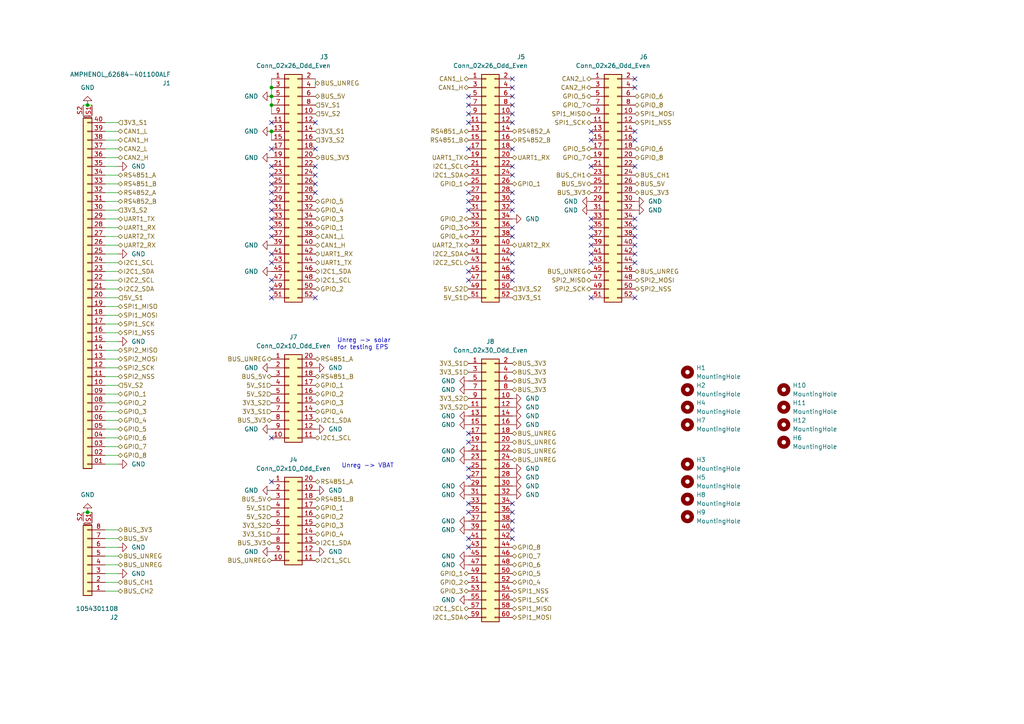
<source format=kicad_sch>
(kicad_sch (version 20230121) (generator eeschema)
  (paper "A4")
  (lib_symbols
    (symbol "Connector_Generic:Conn_02x10_Counter_Clockwise" (pin_names (offset 1.016) hide)
      (property "Reference" "J" (at 1.27 12.7 0))
      (property "Value" "Conn_02x10_Counter_Clockwise" (at 1.27 -15.24 0))
      (symbol "Conn_02x10_Counter_Clockwise_1_1"
        (pin passive line (at -5.08 10.16 0) (length 3.81) (name "Pin_1") (number "1"))
        (pin passive line (at -5.08 -12.7 0) (length 3.81) (name "Pin_10") (number "10"))
        (pin passive line (at 7.62 -12.7 180) (length 3.81) (name "Pin_11") (number "11"))
        (pin passive line (at 7.62 -10.16 180) (length 3.81) (name "Pin_12") (number "12"))
        (pin passive line (at 7.62 -7.62 180) (length 3.81) (name "Pin_13") (number "13"))
        (pin passive line (at 7.62 -5.08 180) (length 3.81) (name "Pin_14") (number "14"))
        (pin passive line (at 7.62 -2.54 180) (length 3.81) (name "Pin_15") (number "15"))
        (pin passive line (at 7.62 0 180) (length 3.81) (name "Pin_16") (number "16"))
        (pin passive line (at 7.62 2.54 180) (length 3.81) (name "Pin_17") (number "17"))
        (pin passive line (at 7.62 5.08 180) (length 3.81) (name "Pin_18") (number "18"))
        (pin passive line (at 7.62 7.62 180) (length 3.81) (name "Pin_19") (number "19"))
        (pin passive line (at -5.08 7.62 0) (length 3.81) (name "Pin_2") (number "2"))
        (pin passive line (at 7.62 10.16 180) (length 3.81) (name "Pin_20") (number "20"))
        (pin passive line (at -5.08 5.08 0) (length 3.81) (name "Pin_3") (number "3"))
        (pin passive line (at -5.08 2.54 0) (length 3.81) (name "Pin_4") (number "4"))
        (pin passive line (at -5.08 0 0) (length 3.81) (name "Pin_5") (number "5"))
        (pin passive line (at -5.08 -2.54 0) (length 3.81) (name "Pin_6") (number "6"))
        (pin passive line (at -5.08 -5.08 0) (length 3.81) (name "Pin_7") (number "7"))
        (pin passive line (at -5.08 -7.62 0) (length 3.81) (name "Pin_8") (number "8"))
        (pin passive line (at -5.08 -10.16 0) (length 3.81) (name "Pin_9") (number "9"))
      )
    )
    (symbol "Connector_Generic:Conn_02x26_Odd_Even" (pin_names (offset 1.016) hide)
      (property "Reference" "J" (at 1.27 33.02 0))
      (property "Value" "Conn_02x26_Odd_Even" (at 1.27 -35.56 0))
      (symbol "Conn_02x26_Odd_Even_1_1"
        (pin passive line (at -5.08 30.48 0) (length 3.81) (name "Pin_1") (number "1"))
        (pin passive line (at 7.62 20.32 180) (length 3.81) (name "Pin_10") (number "10"))
        (pin passive line (at -5.08 17.78 0) (length 3.81) (name "Pin_11") (number "11"))
        (pin passive line (at 7.62 17.78 180) (length 3.81) (name "Pin_12") (number "12"))
        (pin passive line (at -5.08 15.24 0) (length 3.81) (name "Pin_13") (number "13"))
        (pin passive line (at 7.62 15.24 180) (length 3.81) (name "Pin_14") (number "14"))
        (pin passive line (at -5.08 12.7 0) (length 3.81) (name "Pin_15") (number "15"))
        (pin passive line (at 7.62 12.7 180) (length 3.81) (name "Pin_16") (number "16"))
        (pin passive line (at -5.08 10.16 0) (length 3.81) (name "Pin_17") (number "17"))
        (pin passive line (at 7.62 10.16 180) (length 3.81) (name "Pin_18") (number "18"))
        (pin passive line (at -5.08 7.62 0) (length 3.81) (name "Pin_19") (number "19"))
        (pin passive line (at 7.62 30.48 180) (length 3.81) (name "Pin_2") (number "2"))
        (pin passive line (at 7.62 7.62 180) (length 3.81) (name "Pin_20") (number "20"))
        (pin passive line (at -5.08 5.08 0) (length 3.81) (name "Pin_21") (number "21"))
        (pin passive line (at 7.62 5.08 180) (length 3.81) (name "Pin_22") (number "22"))
        (pin passive line (at -5.08 2.54 0) (length 3.81) (name "Pin_23") (number "23"))
        (pin passive line (at 7.62 2.54 180) (length 3.81) (name "Pin_24") (number "24"))
        (pin passive line (at -5.08 0 0) (length 3.81) (name "Pin_25") (number "25"))
        (pin passive line (at 7.62 0 180) (length 3.81) (name "Pin_26") (number "26"))
        (pin passive line (at -5.08 -2.54 0) (length 3.81) (name "Pin_27") (number "27"))
        (pin passive line (at 7.62 -2.54 180) (length 3.81) (name "Pin_28") (number "28"))
        (pin passive line (at -5.08 -5.08 0) (length 3.81) (name "Pin_29") (number "29"))
        (pin passive line (at -5.08 27.94 0) (length 3.81) (name "Pin_3") (number "3"))
        (pin passive line (at 7.62 -5.08 180) (length 3.81) (name "Pin_30") (number "30"))
        (pin passive line (at -5.08 -7.62 0) (length 3.81) (name "Pin_31") (number "31"))
        (pin passive line (at 7.62 -7.62 180) (length 3.81) (name "Pin_32") (number "32"))
        (pin passive line (at -5.08 -10.16 0) (length 3.81) (name "Pin_33") (number "33"))
        (pin passive line (at 7.62 -10.16 180) (length 3.81) (name "Pin_34") (number "34"))
        (pin passive line (at -5.08 -12.7 0) (length 3.81) (name "Pin_35") (number "35"))
        (pin passive line (at 7.62 -12.7 180) (length 3.81) (name "Pin_36") (number "36"))
        (pin passive line (at -5.08 -15.24 0) (length 3.81) (name "Pin_37") (number "37"))
        (pin passive line (at 7.62 -15.24 180) (length 3.81) (name "Pin_38") (number "38"))
        (pin passive line (at -5.08 -17.78 0) (length 3.81) (name "Pin_39") (number "39"))
        (pin passive line (at 7.62 27.94 180) (length 3.81) (name "Pin_4") (number "4"))
        (pin passive line (at 7.62 -17.78 180) (length 3.81) (name "Pin_40") (number "40"))
        (pin passive line (at -5.08 -20.32 0) (length 3.81) (name "Pin_41") (number "41"))
        (pin passive line (at 7.62 -20.32 180) (length 3.81) (name "Pin_42") (number "42"))
        (pin passive line (at -5.08 -22.86 0) (length 3.81) (name "Pin_43") (number "43"))
        (pin passive line (at 7.62 -22.86 180) (length 3.81) (name "Pin_44") (number "44"))
        (pin passive line (at -5.08 -25.4 0) (length 3.81) (name "Pin_45") (number "45"))
        (pin passive line (at 7.62 -25.4 180) (length 3.81) (name "Pin_46") (number "46"))
        (pin passive line (at -5.08 -27.94 0) (length 3.81) (name "Pin_47") (number "47"))
        (pin passive line (at 7.62 -27.94 180) (length 3.81) (name "Pin_48") (number "48"))
        (pin passive line (at -5.08 -30.48 0) (length 3.81) (name "Pin_49") (number "49"))
        (pin passive line (at -5.08 25.4 0) (length 3.81) (name "Pin_5") (number "5"))
        (pin passive line (at 7.62 -30.48 180) (length 3.81) (name "Pin_50") (number "50"))
        (pin passive line (at -5.08 -33.02 0) (length 3.81) (name "Pin_51") (number "51"))
        (pin passive line (at 7.62 -33.02 180) (length 3.81) (name "Pin_52") (number "52"))
        (pin passive line (at 7.62 25.4 180) (length 3.81) (name "Pin_6") (number "6"))
        (pin passive line (at -5.08 22.86 0) (length 3.81) (name "Pin_7") (number "7"))
        (pin passive line (at 7.62 22.86 180) (length 3.81) (name "Pin_8") (number "8"))
        (pin passive line (at -5.08 20.32 0) (length 3.81) (name "Pin_9") (number "9"))
      )
    )
    (symbol "Connector_Generic:Conn_02x30_Odd_Even" (pin_names (offset 1.016) hide)
      (property "Reference" "J" (at 1.27 38.1 0))
      (property "Value" "Conn_02x30_Odd_Even" (at 1.27 -40.64 0))
      (symbol "Conn_02x30_Odd_Even_1_1"
        (pin passive line (at -5.08 35.56 0) (length 3.81) (name "Pin_1") (number "1"))
        (pin passive line (at 7.62 25.4 180) (length 3.81) (name "Pin_10") (number "10"))
        (pin passive line (at -5.08 22.86 0) (length 3.81) (name "Pin_11") (number "11"))
        (pin passive line (at 7.62 22.86 180) (length 3.81) (name "Pin_12") (number "12"))
        (pin passive line (at -5.08 20.32 0) (length 3.81) (name "Pin_13") (number "13"))
        (pin passive line (at 7.62 20.32 180) (length 3.81) (name "Pin_14") (number "14"))
        (pin passive line (at -5.08 17.78 0) (length 3.81) (name "Pin_15") (number "15"))
        (pin passive line (at 7.62 17.78 180) (length 3.81) (name "Pin_16") (number "16"))
        (pin passive line (at -5.08 15.24 0) (length 3.81) (name "Pin_17") (number "17"))
        (pin passive line (at 7.62 15.24 180) (length 3.81) (name "Pin_18") (number "18"))
        (pin passive line (at -5.08 12.7 0) (length 3.81) (name "Pin_19") (number "19"))
        (pin passive line (at 7.62 35.56 180) (length 3.81) (name "Pin_2") (number "2"))
        (pin passive line (at 7.62 12.7 180) (length 3.81) (name "Pin_20") (number "20"))
        (pin passive line (at -5.08 10.16 0) (length 3.81) (name "Pin_21") (number "21"))
        (pin passive line (at 7.62 10.16 180) (length 3.81) (name "Pin_22") (number "22"))
        (pin passive line (at -5.08 7.62 0) (length 3.81) (name "Pin_23") (number "23"))
        (pin passive line (at 7.62 7.62 180) (length 3.81) (name "Pin_24") (number "24"))
        (pin passive line (at -5.08 5.08 0) (length 3.81) (name "Pin_25") (number "25"))
        (pin passive line (at 7.62 5.08 180) (length 3.81) (name "Pin_26") (number "26"))
        (pin passive line (at -5.08 2.54 0) (length 3.81) (name "Pin_27") (number "27"))
        (pin passive line (at 7.62 2.54 180) (length 3.81) (name "Pin_28") (number "28"))
        (pin passive line (at -5.08 0 0) (length 3.81) (name "Pin_29") (number "29"))
        (pin passive line (at -5.08 33.02 0) (length 3.81) (name "Pin_3") (number "3"))
        (pin passive line (at 7.62 0 180) (length 3.81) (name "Pin_30") (number "30"))
        (pin passive line (at -5.08 -2.54 0) (length 3.81) (name "Pin_31") (number "31"))
        (pin passive line (at 7.62 -2.54 180) (length 3.81) (name "Pin_32") (number "32"))
        (pin passive line (at -5.08 -5.08 0) (length 3.81) (name "Pin_33") (number "33"))
        (pin passive line (at 7.62 -5.08 180) (length 3.81) (name "Pin_34") (number "34"))
        (pin passive line (at -5.08 -7.62 0) (length 3.81) (name "Pin_35") (number "35"))
        (pin passive line (at 7.62 -7.62 180) (length 3.81) (name "Pin_36") (number "36"))
        (pin passive line (at -5.08 -10.16 0) (length 3.81) (name "Pin_37") (number "37"))
        (pin passive line (at 7.62 -10.16 180) (length 3.81) (name "Pin_38") (number "38"))
        (pin passive line (at -5.08 -12.7 0) (length 3.81) (name "Pin_39") (number "39"))
        (pin passive line (at 7.62 33.02 180) (length 3.81) (name "Pin_4") (number "4"))
        (pin passive line (at 7.62 -12.7 180) (length 3.81) (name "Pin_40") (number "40"))
        (pin passive line (at -5.08 -15.24 0) (length 3.81) (name "Pin_41") (number "41"))
        (pin passive line (at 7.62 -15.24 180) (length 3.81) (name "Pin_42") (number "42"))
        (pin passive line (at -5.08 -17.78 0) (length 3.81) (name "Pin_43") (number "43"))
        (pin passive line (at 7.62 -17.78 180) (length 3.81) (name "Pin_44") (number "44"))
        (pin passive line (at -5.08 -20.32 0) (length 3.81) (name "Pin_45") (number "45"))
        (pin passive line (at 7.62 -20.32 180) (length 3.81) (name "Pin_46") (number "46"))
        (pin passive line (at -5.08 -22.86 0) (length 3.81) (name "Pin_47") (number "47"))
        (pin passive line (at 7.62 -22.86 180) (length 3.81) (name "Pin_48") (number "48"))
        (pin passive line (at -5.08 -25.4 0) (length 3.81) (name "Pin_49") (number "49"))
        (pin passive line (at -5.08 30.48 0) (length 3.81) (name "Pin_5") (number "5"))
        (pin passive line (at 7.62 -25.4 180) (length 3.81) (name "Pin_50") (number "50"))
        (pin passive line (at -5.08 -27.94 0) (length 3.81) (name "Pin_51") (number "51"))
        (pin passive line (at 7.62 -27.94 180) (length 3.81) (name "Pin_52") (number "52"))
        (pin passive line (at -5.08 -30.48 0) (length 3.81) (name "Pin_53") (number "53"))
        (pin passive line (at 7.62 -30.48 180) (length 3.81) (name "Pin_54") (number "54"))
        (pin passive line (at -5.08 -33.02 0) (length 3.81) (name "Pin_55") (number "55"))
        (pin passive line (at 7.62 -33.02 180) (length 3.81) (name "Pin_56") (number "56"))
        (pin passive line (at -5.08 -35.56 0) (length 3.81) (name "Pin_57") (number "57"))
        (pin passive line (at 7.62 -35.56 180) (length 3.81) (name "Pin_58") (number "58"))
        (pin passive line (at -5.08 -38.1 0) (length 3.81) (name "Pin_59") (number "59"))
        (pin passive line (at 7.62 30.48 180) (length 3.81) (name "Pin_6") (number "6"))
        (pin passive line (at 7.62 -38.1 180) (length 3.81) (name "Pin_60") (number "60"))
        (pin passive line (at -5.08 27.94 0) (length 3.81) (name "Pin_7") (number "7"))
        (pin passive line (at 7.62 27.94 180) (length 3.81) (name "Pin_8") (number "8"))
        (pin passive line (at -5.08 25.4 0) (length 3.81) (name "Pin_9") (number "9"))
      )
    )
    (symbol "Connector_Generic_MountingPin:Conn_01x08_MountingPin" (pin_names (offset 1.016) hide)
      (property "Reference" "J8" (at 2.54 -0.3556 0))
      (property "Value" "1054301108" (at 2.54 -2.8956 0))
      (symbol "Conn_01x08_MountingPin_1_0"
        (pin passive line (at 1.27 -15.24 90) (length 2.54) (name "MountPin") (number "S2"))
      )
      (symbol "Conn_01x08_MountingPin_1_1"
        (text "Mounting" (at 0 -11.811 0) (effects (font (size 0.381 0.381))))
        (pin passive line (at -5.08 7.62 0) (length 3.81) (name "Pin_1") (number "1"))
        (pin passive line (at -5.08 5.08 0) (length 3.81) (name "Pin_2") (number "2"))
        (pin passive line (at -5.08 2.54 0) (length 3.81) (name "Pin_3") (number "3"))
        (pin passive line (at -5.08 0 0) (length 3.81) (name "Pin_4") (number "4"))
        (pin passive line (at -5.08 -2.54 0) (length 3.81) (name "Pin_5") (number "5"))
        (pin passive line (at -5.08 -5.08 0) (length 3.81) (name "Pin_6") (number "6"))
        (pin passive line (at -5.08 -7.62 0) (length 3.81) (name "Pin_7") (number "7"))
        (pin passive line (at -5.08 -10.16 0) (length 3.81) (name "Pin_8") (number "8"))
        (pin passive line (at -1.27 -15.24 90) (length 3.048) (name "MountPin") (number "S1"))
      )
    )
    (symbol "Connector_Generic_MountingPin:Conn_01x40_MountingPin" (pin_names (offset 1.016) hide)
      (property "Reference" "J6" (at 2.54 -0.3556 0))
      (property "Value" "Conn_01x40_MountingPin" (at 2.54 -2.8956 0))
      (symbol "Conn_01x40_MountingPin_1_1"
        (text "Mounting" (at 0 -52.451 0) (effects (font (size 0.381 0.381))))
        (pin passive line (at -5.08 48.26 0) (length 3.81) (name "Pin_1") (number "01"))
        (pin passive line (at -5.08 45.72 0) (length 3.81) (name "Pin_2") (number "02"))
        (pin passive line (at -5.08 43.18 0) (length 3.81) (name "Pin_3") (number "03"))
        (pin passive line (at -5.08 40.64 0) (length 3.81) (name "Pin_4") (number "04"))
        (pin passive line (at -5.08 38.1 0) (length 3.81) (name "Pin_5") (number "05"))
        (pin passive line (at -5.08 35.56 0) (length 3.81) (name "Pin_6") (number "06"))
        (pin passive line (at -5.08 33.02 0) (length 3.81) (name "Pin_7") (number "07"))
        (pin passive line (at -5.08 30.48 0) (length 3.81) (name "Pin_8") (number "08"))
        (pin passive line (at -5.08 27.94 0) (length 3.81) (name "Pin_9") (number "09"))
        (pin passive line (at -5.08 25.4 0) (length 3.81) (name "Pin_10") (number "10"))
        (pin passive line (at -5.08 22.86 0) (length 3.81) (name "Pin_11") (number "11"))
        (pin passive line (at -5.08 20.32 0) (length 3.81) (name "Pin_12") (number "12"))
        (pin passive line (at -5.08 17.78 0) (length 3.81) (name "Pin_13") (number "13"))
        (pin passive line (at -5.08 15.24 0) (length 3.81) (name "Pin_14") (number "14"))
        (pin passive line (at -5.08 12.7 0) (length 3.81) (name "Pin_15") (number "15"))
        (pin passive line (at -5.08 10.16 0) (length 3.81) (name "Pin_16") (number "16"))
        (pin passive line (at -5.08 7.62 0) (length 3.81) (name "Pin_17") (number "17"))
        (pin passive line (at -5.08 5.08 0) (length 3.81) (name "Pin_18") (number "18"))
        (pin passive line (at -5.08 2.54 0) (length 3.81) (name "Pin_19") (number "19"))
        (pin passive line (at -5.08 0 0) (length 3.81) (name "Pin_20") (number "20"))
        (pin passive line (at -5.08 -2.54 0) (length 3.81) (name "Pin_21") (number "21"))
        (pin passive line (at -5.08 -5.08 0) (length 3.81) (name "Pin_22") (number "22"))
        (pin passive line (at -5.08 -7.62 0) (length 3.81) (name "Pin_23") (number "23"))
        (pin passive line (at -5.08 -10.16 0) (length 3.81) (name "Pin_24") (number "24"))
        (pin passive line (at -5.08 -12.7 0) (length 3.81) (name "Pin_25") (number "25"))
        (pin passive line (at -5.08 -15.24 0) (length 3.81) (name "Pin_26") (number "26"))
        (pin passive line (at -5.08 -17.78 0) (length 3.81) (name "Pin_27") (number "27"))
        (pin passive line (at -5.08 -20.32 0) (length 3.81) (name "Pin_28") (number "28"))
        (pin passive line (at -5.08 -22.86 0) (length 3.81) (name "Pin_29") (number "29"))
        (pin passive line (at -5.08 -25.4 0) (length 3.81) (name "Pin_30") (number "30"))
        (pin passive line (at -5.08 -27.94 0) (length 3.81) (name "Pin_31") (number "31"))
        (pin passive line (at -5.08 -30.48 0) (length 3.81) (name "Pin_32") (number "32"))
        (pin passive line (at -5.08 -33.02 0) (length 3.81) (name "Pin_33") (number "33"))
        (pin passive line (at -5.08 -35.56 0) (length 3.81) (name "Pin_34") (number "34"))
        (pin passive line (at -5.08 -38.1 0) (length 3.81) (name "Pin_35") (number "35"))
        (pin passive line (at -5.08 -40.64 0) (length 3.81) (name "Pin_36") (number "36"))
        (pin passive line (at -5.08 -43.18 0) (length 3.81) (name "Pin_37") (number "37"))
        (pin passive line (at -5.08 -45.72 0) (length 3.81) (name "Pin_38") (number "38"))
        (pin passive line (at -5.08 -48.26 0) (length 3.81) (name "Pin_39") (number "39"))
        (pin passive line (at -5.08 -50.8 0) (length 3.81) (name "Pin_40") (number "40"))
        (pin passive line (at -1.27 -55.88 90) (length 3.048) (name "MountPin") (number "S1"))
        (pin passive line (at 1.27 -55.88 90) (length 3.048) (name "MountPin") (number "S2"))
      )
    )
    (symbol "Mechanical:MountingHole" (pin_names (offset 1.016))
      (property "Reference" "H" (at 0 5.08 0))
      (property "Value" "MountingHole" (at 0 3.175 0))
    )
    (symbol "power:GND" (power) (pin_names (offset 0))
      (property "Value" "GND" (at 0 -3.81 0))
      (symbol "GND_1_1"
        (pin power_in line (at 0 0 270) (length 0) hide (name "GND") (number "1"))
      )
    )
  )
  (junction (at 25.4 148.59))
  (junction (at 78.74 30.48))
  (junction (at 78.74 25.4))
  (junction (at 78.74 38.1))
  (junction (at 25.4 30.48))
  (junction (at 78.74 27.94))
  (no_connect (at 148.59 48.26))
  (no_connect (at 148.59 81.28))
  (no_connect (at 148.59 58.42))
  (no_connect (at 148.59 78.74))
  (no_connect (at 148.59 73.66))
  (no_connect (at 78.74 139.7))
  (no_connect (at 148.59 25.4))
  (no_connect (at 78.74 43.18))
  (no_connect (at 135.89 156.21))
  (no_connect (at 184.15 71.12))
  (no_connect (at 78.74 83.82))
  (no_connect (at 91.44 43.18))
  (no_connect (at 171.45 38.1))
  (no_connect (at 148.59 68.58))
  (no_connect (at 184.15 76.2))
  (no_connect (at 184.15 73.66))
  (no_connect (at 135.89 78.74))
  (no_connect (at 135.89 35.56))
  (no_connect (at 148.59 60.96))
  (no_connect (at 135.89 128.27))
  (no_connect (at 135.89 148.59))
  (no_connect (at 135.89 60.96))
  (no_connect (at 148.59 50.8))
  (no_connect (at 135.89 27.94))
  (no_connect (at 91.44 35.56))
  (no_connect (at 135.89 30.48))
  (no_connect (at 171.45 76.2))
  (no_connect (at 91.44 55.88))
  (no_connect (at 148.59 76.2))
  (no_connect (at 184.15 66.04))
  (no_connect (at 184.15 48.26))
  (no_connect (at 78.74 50.8))
  (no_connect (at 78.74 66.04))
  (no_connect (at 171.45 40.64))
  (no_connect (at 171.45 73.66))
  (no_connect (at 78.74 76.2))
  (no_connect (at 78.74 81.28))
  (no_connect (at 135.89 58.42))
  (no_connect (at 148.59 156.21))
  (no_connect (at 91.44 53.34))
  (no_connect (at 184.15 22.86))
  (no_connect (at 78.74 86.36))
  (no_connect (at 135.89 55.88))
  (no_connect (at 148.59 151.13))
  (no_connect (at 171.45 86.36))
  (no_connect (at 78.74 63.5))
  (no_connect (at 148.59 153.67))
  (no_connect (at 148.59 66.04))
  (no_connect (at 135.89 158.75))
  (no_connect (at 135.89 138.43))
  (no_connect (at 78.74 58.42))
  (no_connect (at 148.59 30.48))
  (no_connect (at 78.74 68.58))
  (no_connect (at 135.89 43.18))
  (no_connect (at 184.15 86.36))
  (no_connect (at 148.59 35.56))
  (no_connect (at 78.74 48.26))
  (no_connect (at 78.74 73.66))
  (no_connect (at 135.89 81.28))
  (no_connect (at 148.59 55.88))
  (no_connect (at 135.89 146.05))
  (no_connect (at 78.74 55.88))
  (no_connect (at 91.44 50.8))
  (no_connect (at 171.45 63.5))
  (no_connect (at 78.74 127))
  (no_connect (at 91.44 86.36))
  (no_connect (at 171.45 66.04))
  (no_connect (at 171.45 68.58))
  (no_connect (at 184.15 40.64))
  (no_connect (at 135.89 33.02))
  (no_connect (at 184.15 25.4))
  (no_connect (at 171.45 48.26))
  (no_connect (at 171.45 71.12))
  (no_connect (at 148.59 22.86))
  (no_connect (at 148.59 33.02))
  (no_connect (at 135.89 135.89))
  (no_connect (at 91.44 48.26))
  (no_connect (at 184.15 68.58))
  (no_connect (at 78.74 53.34))
  (no_connect (at 78.74 60.96))
  (no_connect (at 184.15 38.1))
  (no_connect (at 135.89 125.73))
  (no_connect (at 184.15 63.5))
  (no_connect (at 148.59 43.18))
  (no_connect (at 148.59 148.59))
  (no_connect (at 148.59 27.94))
  (no_connect (at 78.74 35.56))
  (no_connect (at 148.59 146.05))
  (wire (pts (xy 78.74 30.48) (xy 78.74 33.02)))
  (wire (pts (xy 78.74 38.1) (xy 78.74 40.64)))
  (wire (pts (xy 34.29 91.44) (xy 30.48 91.44)))
  (wire (pts (xy 34.29 134.62) (xy 30.48 134.62)))
  (wire (pts (xy 34.29 71.12) (xy 30.48 71.12)))
  (wire (pts (xy 34.29 35.56) (xy 30.48 35.56)))
  (wire (pts (xy 34.29 48.26) (xy 30.48 48.26)))
  (wire (pts (xy 34.29 58.42) (xy 30.48 58.42)))
  (wire (pts (xy 34.29 129.54) (xy 30.48 129.54)))
  (wire (pts (xy 34.29 60.96) (xy 30.48 60.96)))
  (wire (pts (xy 34.29 101.6) (xy 30.48 101.6)))
  (wire (pts (xy 34.29 114.3) (xy 30.48 114.3)))
  (wire (pts (xy 34.29 73.66) (xy 30.48 73.66)))
  (wire (pts (xy 34.29 116.84) (xy 30.48 116.84)))
  (wire (pts (xy 78.74 25.4) (xy 78.74 27.94)))
  (wire (pts (xy 91.44 22.86) (xy 91.44 25.4)))
  (wire (pts (xy 34.29 45.72) (xy 30.48 45.72)))
  (wire (pts (xy 34.29 104.14) (xy 30.48 104.14)))
  (wire (pts (xy 34.29 119.38) (xy 30.48 119.38)))
  (wire (pts (xy 34.29 166.37) (xy 30.48 166.37)))
  (wire (pts (xy 34.29 171.45) (xy 30.48 171.45)))
  (wire (pts (xy 34.29 86.36) (xy 30.48 86.36)))
  (wire (pts (xy 34.29 168.91) (xy 30.48 168.91)))
  (wire (pts (xy 34.29 68.58) (xy 30.48 68.58)))
  (wire (pts (xy 34.29 93.98) (xy 30.48 93.98)))
  (wire (pts (xy 34.29 158.75) (xy 30.48 158.75)))
  (wire (pts (xy 34.29 109.22) (xy 30.48 109.22)))
  (wire (pts (xy 34.29 66.04) (xy 30.48 66.04)))
  (wire (pts (xy 34.29 40.64) (xy 30.48 40.64)))
  (wire (pts (xy 34.29 63.5) (xy 30.48 63.5)))
  (wire (pts (xy 34.29 38.1) (xy 30.48 38.1)))
  (wire (pts (xy 34.29 132.08) (xy 30.48 132.08)))
  (wire (pts (xy 34.29 163.83) (xy 30.48 163.83)))
  (wire (pts (xy 78.74 22.86) (xy 78.74 25.4)))
  (wire (pts (xy 26.67 30.48) (xy 25.4 30.48)))
  (wire (pts (xy 34.29 43.18) (xy 30.48 43.18)))
  (wire (pts (xy 34.29 124.46) (xy 30.48 124.46)))
  (wire (pts (xy 26.67 148.59) (xy 25.4 148.59)))
  (wire (pts (xy 34.29 83.82) (xy 30.48 83.82)))
  (wire (pts (xy 25.4 30.48) (xy 24.13 30.48)))
  (wire (pts (xy 34.29 50.8) (xy 30.48 50.8)))
  (wire (pts (xy 34.29 153.67) (xy 30.48 153.67)))
  (wire (pts (xy 34.29 161.29) (xy 30.48 161.29)))
  (wire (pts (xy 25.4 148.59) (xy 24.13 148.59)))
  (wire (pts (xy 34.29 76.2) (xy 30.48 76.2)))
  (wire (pts (xy 34.29 88.9) (xy 30.48 88.9)))
  (wire (pts (xy 34.29 111.76) (xy 30.48 111.76)))
  (wire (pts (xy 34.29 156.21) (xy 30.48 156.21)))
  (wire (pts (xy 78.74 27.94) (xy 78.74 30.48)))
  (wire (pts (xy 34.29 99.06) (xy 30.48 99.06)))
  (wire (pts (xy 34.29 53.34) (xy 30.48 53.34)))
  (wire (pts (xy 34.29 96.52) (xy 30.48 96.52)))
  (wire (pts (xy 34.29 121.92) (xy 30.48 121.92)))
  (wire (pts (xy 34.29 106.68) (xy 30.48 106.68)))
  (wire (pts (xy 34.29 78.74) (xy 30.48 78.74)))
  (wire (pts (xy 34.29 55.88) (xy 30.48 55.88)))
  (wire (pts (xy 34.29 127) (xy 30.48 127)))
  (wire (pts (xy 34.29 81.28) (xy 30.48 81.28)))
  (text "Unreg -> VBAT" (at 99.06 135.89 0) (effects (font (size 1.27 1.27)) (justify left bottom)))
  (text "Unreg -> solar\nfor testing EPS" (at 97.79 101.6 0) (effects (font (size 1.27 1.27)) (justify left bottom)))
  (hierarchical_label "GPIO_5" (shape bidirectional) (at 148.59 166.37 0))
  (hierarchical_label "SPI1_MISO" (shape bidirectional) (at 34.29 88.9 0))
  (hierarchical_label "BUS_5V" (shape bidirectional) (at 171.45 53.34 180))
  (hierarchical_label "I2C2_SCL" (shape bidirectional) (at 34.29 81.28 0))
  (hierarchical_label "GPIO_5" (shape bidirectional) (at 171.45 27.94 180))
  (hierarchical_label "BUS_UNREG" (shape bidirectional) (at 171.45 78.74 180))
  (hierarchical_label "BUS_3V3" (shape bidirectional) (at 78.74 157.48 180))
  (hierarchical_label "CAN1_H" (shape bidirectional) (at 34.29 40.64 0))
  (hierarchical_label "GPIO_8" (shape bidirectional) (at 148.59 158.75 0))
  (hierarchical_label "BUS_3V3" (shape bidirectional) (at 184.15 55.88 0))
  (hierarchical_label "3V3_S2" (shape input) (at 34.29 60.96 0))
  (hierarchical_label "GPIO_1" (shape bidirectional) (at 135.89 53.34 180))
  (hierarchical_label "GPIO_4" (shape bidirectional) (at 91.44 119.38 0))
  (hierarchical_label "CAN1_L" (shape bidirectional) (at 135.89 22.86 180))
  (hierarchical_label "BUS_UNREG" (shape bidirectional) (at 148.59 133.35 0))
  (hierarchical_label "BUS_5V" (shape bidirectional) (at 184.15 53.34 0))
  (hierarchical_label "BUS_3V3" (shape bidirectional) (at 34.29 153.67 0))
  (hierarchical_label "I2C1_SCL" (shape bidirectional) (at 135.89 176.53 180))
  (hierarchical_label "GPIO_2" (shape bidirectional) (at 34.29 116.84 0))
  (hierarchical_label "GPIO_3" (shape bidirectional) (at 135.89 66.04 180))
  (hierarchical_label "3V3_S2" (shape input) (at 135.89 115.57 180))
  (hierarchical_label "5V_S1" (shape input) (at 78.74 147.32 180))
  (hierarchical_label "BUS_UNREG" (shape bidirectional) (at 148.59 130.81 0))
  (hierarchical_label "RS4852_A" (shape bidirectional) (at 34.29 55.88 0))
  (hierarchical_label "GPIO_3" (shape bidirectional) (at 91.44 63.5 0))
  (hierarchical_label "UART2_RX" (shape bidirectional) (at 34.29 71.12 0))
  (hierarchical_label "BUS_5V" (shape bidirectional) (at 34.29 156.21 0))
  (hierarchical_label "GPIO_7" (shape bidirectional) (at 34.29 129.54 0))
  (hierarchical_label "GPIO_1" (shape bidirectional) (at 91.44 66.04 0))
  (hierarchical_label "GPIO_4" (shape bidirectional) (at 148.59 168.91 0))
  (hierarchical_label "3V3_S1" (shape input) (at 34.29 35.56 0))
  (hierarchical_label "BUS_CH2" (shape bidirectional) (at 34.29 171.45 0))
  (hierarchical_label "RS4851_B" (shape bidirectional) (at 91.44 109.22 0))
  (hierarchical_label "BUS_3V3" (shape bidirectional) (at 91.44 45.72 0))
  (hierarchical_label "SPI2_NSS" (shape bidirectional) (at 34.29 109.22 0))
  (hierarchical_label "I2C1_SCL" (shape bidirectional) (at 91.44 162.56 0))
  (hierarchical_label "3V3_S2" (shape input) (at 148.59 83.82 0))
  (hierarchical_label "GPIO_7" (shape bidirectional) (at 171.45 30.48 180))
  (hierarchical_label "GPIO_3" (shape bidirectional) (at 34.29 119.38 0))
  (hierarchical_label "I2C1_SCL" (shape bidirectional) (at 135.89 48.26 180))
  (hierarchical_label "UART1_RX" (shape bidirectional) (at 91.44 73.66 0))
  (hierarchical_label "BUS_UNREG" (shape bidirectional) (at 91.44 24.13 0))
  (hierarchical_label "I2C1_SCL" (shape bidirectional) (at 91.44 127 0))
  (hierarchical_label "BUS_CH1" (shape bidirectional) (at 184.15 50.8 0))
  (hierarchical_label "I2C2_SDA" (shape bidirectional) (at 135.89 73.66 180))
  (hierarchical_label "RS4852_B" (shape bidirectional) (at 34.29 58.42 0))
  (hierarchical_label "GPIO_6" (shape bidirectional) (at 148.59 163.83 0))
  (hierarchical_label "SPI2_NSS" (shape bidirectional) (at 184.15 83.82 0))
  (hierarchical_label "GPIO_7" (shape bidirectional) (at 148.59 161.29 0))
  (hierarchical_label "I2C1_SDA" (shape bidirectional) (at 34.29 78.74 0))
  (hierarchical_label "BUS_5V" (shape bidirectional) (at 91.44 27.94 0))
  (hierarchical_label "3V3_S2" (shape input) (at 91.44 40.64 0))
  (hierarchical_label "3V3_S2" (shape input) (at 78.74 116.84 180))
  (hierarchical_label "RS4851_A" (shape bidirectional) (at 34.29 50.8 0))
  (hierarchical_label "5V_S2" (shape input) (at 78.74 114.3 180))
  (hierarchical_label "BUS_UNREG" (shape bidirectional) (at 78.74 162.56 180))
  (hierarchical_label "GPIO_3" (shape bidirectional) (at 91.44 152.4 0))
  (hierarchical_label "CAN2_H" (shape bidirectional) (at 171.45 25.4 180))
  (hierarchical_label "UART2_TX" (shape bidirectional) (at 34.29 68.58 0))
  (hierarchical_label "5V_S2" (shape input) (at 78.74 149.86 180))
  (hierarchical_label "BUS_3V3" (shape bidirectional) (at 171.45 55.88 180))
  (hierarchical_label "CAN2_H" (shape bidirectional) (at 34.29 45.72 0))
  (hierarchical_label "3V3_S1" (shape input) (at 135.89 105.41 180))
  (hierarchical_label "UART1_RX" (shape bidirectional) (at 148.59 45.72 0))
  (hierarchical_label "GPIO_3" (shape bidirectional) (at 135.89 171.45 180))
  (hierarchical_label "3V3_S1" (shape input) (at 78.74 154.94 180))
  (hierarchical_label "GPIO_6" (shape bidirectional) (at 34.29 127 0))
  (hierarchical_label "I2C1_SDA" (shape bidirectional) (at 91.44 121.92 0))
  (hierarchical_label "GPIO_3" (shape bidirectional) (at 91.44 116.84 0))
  (hierarchical_label "BUS_5V" (shape bidirectional) (at 78.74 109.22 180))
  (hierarchical_label "BUS_CH1" (shape bidirectional) (at 171.45 50.8 180))
  (hierarchical_label "SPI2_SCK" (shape bidirectional) (at 34.29 106.68 0))
  (hierarchical_label "GPIO_2" (shape bidirectional) (at 135.89 63.5 180))
  (hierarchical_label "GPIO_5" (shape bidirectional) (at 34.29 124.46 0))
  (hierarchical_label "GPIO_7" (shape bidirectional) (at 171.45 45.72 180))
  (hierarchical_label "SPI1_MISO" (shape bidirectional) (at 148.59 176.53 0))
  (hierarchical_label "3V3_S1" (shape input) (at 148.59 86.36 0))
  (hierarchical_label "CAN1_L" (shape bidirectional) (at 91.44 68.58 0))
  (hierarchical_label "SPI2_MOSI" (shape bidirectional) (at 34.29 104.14 0))
  (hierarchical_label "GPIO_4" (shape bidirectional) (at 91.44 60.96 0))
  (hierarchical_label "GPIO_1" (shape bidirectional) (at 91.44 147.32 0))
  (hierarchical_label "UART1_RX" (shape bidirectional) (at 34.29 66.04 0))
  (hierarchical_label "SPI1_MISO" (shape bidirectional) (at 171.45 33.02 180))
  (hierarchical_label "UART2_RX" (shape bidirectional) (at 148.59 71.12 0))
  (hierarchical_label "UART1_TX" (shape bidirectional) (at 34.29 63.5 0))
  (hierarchical_label "BUS_3V3" (shape bidirectional) (at 148.59 110.49 0))
  (hierarchical_label "SPI1_MOSI" (shape bidirectional) (at 184.15 33.02 0))
  (hierarchical_label "SPI2_MISO" (shape bidirectional) (at 171.45 81.28 180))
  (hierarchical_label "BUS_UNREG" (shape bidirectional) (at 148.59 128.27 0))
  (hierarchical_label "5V_S2" (shape input) (at 135.89 83.82 180))
  (hierarchical_label "SPI1_NSS" (shape bidirectional) (at 148.59 171.45 0))
  (hierarchical_label "GPIO_8" (shape bidirectional) (at 34.29 132.08 0))
  (hierarchical_label "3V3_S2" (shape input) (at 135.89 118.11 180))
  (hierarchical_label "CAN1_H" (shape bidirectional) (at 135.89 25.4 180))
  (hierarchical_label "GPIO_5" (shape bidirectional) (at 91.44 58.42 0))
  (hierarchical_label "SPI2_MOSI" (shape bidirectional) (at 184.15 81.28 0))
  (hierarchical_label "I2C1_SDA" (shape bidirectional) (at 135.89 50.8 180))
  (hierarchical_label "5V_S1" (shape input) (at 91.44 30.48 0))
  (hierarchical_label "RS4851_B" (shape bidirectional) (at 91.44 144.78 0))
  (hierarchical_label "GPIO_1" (shape bidirectional) (at 148.59 53.34 0))
  (hierarchical_label "I2C1_SDA" (shape bidirectional) (at 91.44 157.48 0))
  (hierarchical_label "3V3_S1" (shape input) (at 91.44 38.1 0))
  (hierarchical_label "GPIO_8" (shape bidirectional) (at 184.15 45.72 0))
  (hierarchical_label "GPIO_2" (shape bidirectional) (at 91.44 114.3 0))
  (hierarchical_label "GPIO_5" (shape bidirectional) (at 171.45 43.18 180))
  (hierarchical_label "BUS_UNREG" (shape bidirectional) (at 148.59 125.73 0))
  (hierarchical_label "I2C2_SCL" (shape bidirectional) (at 135.89 76.2 180))
  (hierarchical_label "5V_S1" (shape input) (at 135.89 86.36 180))
  (hierarchical_label "SPI1_MOSI" (shape bidirectional) (at 34.29 91.44 0))
  (hierarchical_label "CAN1_L" (shape bidirectional) (at 34.29 38.1 0))
  (hierarchical_label "SPI1_SCK" (shape bidirectional) (at 148.59 173.99 0))
  (hierarchical_label "UART1_TX" (shape bidirectional) (at 135.89 45.72 180))
  (hierarchical_label "SPI1_MOSI" (shape bidirectional) (at 148.59 179.07 0))
  (hierarchical_label "5V_S1" (shape input) (at 78.74 111.76 180))
  (hierarchical_label "I2C1_SCL" (shape bidirectional) (at 91.44 81.28 0))
  (hierarchical_label "GPIO_4" (shape bidirectional) (at 34.29 121.92 0))
  (hierarchical_label "RS4851_B" (shape bidirectional) (at 34.29 53.34 0))
  (hierarchical_label "SPI1_NSS" (shape bidirectional) (at 34.29 96.52 0))
  (hierarchical_label "5V_S1" (shape input) (at 34.29 86.36 0))
  (hierarchical_label "GPIO_4" (shape bidirectional) (at 135.89 68.58 180))
  (hierarchical_label "BUS_UNREG" (shape bidirectional) (at 34.29 163.83 0))
  (hierarchical_label "CAN2_L" (shape bidirectional) (at 34.29 43.18 0))
  (hierarchical_label "RS4851_A" (shape bidirectional) (at 91.44 104.14 0))
  (hierarchical_label "BUS_3V3" (shape bidirectional) (at 148.59 105.41 0))
  (hierarchical_label "GPIO_4" (shape bidirectional) (at 91.44 154.94 0))
  (hierarchical_label "BUS_3V3" (shape bidirectional) (at 148.59 113.03 0))
  (hierarchical_label "GPIO_2" (shape bidirectional) (at 135.89 168.91 180))
  (hierarchical_label "3V3_S1" (shape input) (at 135.89 107.95 180))
  (hierarchical_label "GPIO_2" (shape bidirectional) (at 91.44 83.82 0))
  (hierarchical_label "RS4851_A" (shape bidirectional) (at 135.89 38.1 180))
  (hierarchical_label "I2C1_SCL" (shape bidirectional) (at 34.29 76.2 0))
  (hierarchical_label "GPIO_1" (shape bidirectional) (at 135.89 166.37 180))
  (hierarchical_label "SPI1_SCK" (shape bidirectional) (at 171.45 35.56 180))
  (hierarchical_label "I2C2_SDA" (shape bidirectional) (at 34.29 83.82 0))
  (hierarchical_label "BUS_UNREG" (shape bidirectional) (at 78.74 104.14 180))
  (hierarchical_label "SPI2_SCK" (shape bidirectional) (at 171.45 83.82 180))
  (hierarchical_label "BUS_UNREG" (shape bidirectional) (at 184.15 78.74 0))
  (hierarchical_label "5V_S2" (shape input) (at 34.29 111.76 0))
  (hierarchical_label "GPIO_2" (shape bidirectional) (at 91.44 149.86 0))
  (hierarchical_label "RS4851_A" (shape bidirectional) (at 91.44 139.7 0))
  (hierarchical_label "BUS_3V3" (shape bidirectional) (at 78.74 121.92 180))
  (hierarchical_label "SPI1_NSS" (shape bidirectional) (at 184.15 35.56 0))
  (hierarchical_label "SPI2_MISO" (shape bidirectional) (at 34.29 101.6 0))
  (hierarchical_label "I2C1_SDA" (shape bidirectional) (at 91.44 78.74 0))
  (hierarchical_label "BUS_5V" (shape bidirectional) (at 78.74 144.78 180))
  (hierarchical_label "GPIO_1" (shape bidirectional) (at 91.44 111.76 0))
  (hierarchical_label "5V_S2" (shape input) (at 91.44 33.02 0))
  (hierarchical_label "SPI1_SCK" (shape bidirectional) (at 34.29 93.98 0))
  (hierarchical_label "UART2_TX" (shape bidirectional) (at 135.89 71.12 180))
  (hierarchical_label "BUS_3V3" (shape bidirectional) (at 148.59 107.95 0))
  (hierarchical_label "RS4852_A" (shape bidirectional) (at 148.59 38.1 0))
  (hierarchical_label "CAN2_L" (shape bidirectional) (at 171.45 22.86 180))
  (hierarchical_label "BUS_CH1" (shape bidirectional) (at 34.29 168.91 0))
  (hierarchical_label "BUS_UNREG" (shape bidirectional) (at 34.29 161.29 0))
  (hierarchical_label "GPIO_6" (shape bidirectional) (at 184.15 43.18 0))
  (hierarchical_label "GPIO_1" (shape bidirectional) (at 34.29 114.3 0))
  (hierarchical_label "3V3_S2" (shape input) (at 78.74 152.4 180))
  (hierarchical_label "GPIO_6" (shape bidirectional) (at 184.15 27.94 0))
  (hierarchical_label "RS4851_B" (shape bidirectional) (at 135.89 40.64 180))
  (hierarchical_label "CAN1_H" (shape bidirectional) (at 91.44 71.12 0))
  (hierarchical_label "I2C1_SDA" (shape bidirectional) (at 135.89 179.07 180))
  (hierarchical_label "GPIO_8" (shape bidirectional) (at 184.15 30.48 0))
  (hierarchical_label "3V3_S1" (shape input) (at 78.74 119.38 180))
  (hierarchical_label "RS4852_B" (shape bidirectional) (at 148.59 40.64 0))
  (hierarchical_label "UART1_TX" (shape bidirectional) (at 91.44 76.2 0))
  (symbol (lib_id "power:GND") (at 148.59 140.97 90) (unit 1)
    (property "Reference" "#PWR038" (effects hide))
    (property "Value" "GND" (at 152.4 140.97 90) (effects (justify right)))
  )
  (symbol (lib_id "power:GND") (at 78.74 124.46 270) (mirror x) (unit 1)
    (property "Reference" "#PWR017" (effects hide))
    (property "Value" "GND" (at 74.93 124.46 90) (effects (justify right)))
  )
  (symbol (lib_id "power:GND") (at 148.59 138.43 90) (unit 1)
    (property "Reference" "#PWR040" (effects hide))
    (property "Value" "GND" (at 152.4 138.43 90) (effects (justify right)))
  )
  (symbol (lib_id "power:GND") (at 91.44 106.68 90) (mirror x) (unit 1)
    (property "Reference" "#PWR015" (effects hide))
    (property "Value" "GND" (at 95.25 106.68 90) (effects (justify right)))
  )
  (symbol (lib_id "power:GND") (at 78.74 160.02 270) (mirror x) (unit 1)
    (property "Reference" "#PWR046" (effects hide))
    (property "Value" "GND" (at 74.93 160.02 90) (effects (justify right)))
  )
  (symbol (lib_id "power:GND") (at 135.89 143.51 270) (unit 1)
    (property "Reference" "#PWR031" (effects hide))
    (property "Value" "GND" (at 132.08 143.51 90) (effects (justify right)))
  )
  (symbol (lib_id "power:GND") (at 91.44 142.24 90) (mirror x) (unit 1)
    (property "Reference" "#PWR045" (effects hide))
    (property "Value" "GND" (at 95.25 142.24 90) (effects (justify right)))
  )
  (symbol (lib_id "Mechanical:MountingHole") (at 199.39 134.62 0) (unit 1)
    (property "Reference" "H3" (at 201.93 133.35 0) (effects (justify left)))
    (property "Value" "MountingHole" (at 201.93 135.89 0) (effects (justify left)))
    (property "Footprint" "ESLGSU_Parts_Lib:MountingHole_3.2mm_M3_DIN965_Keepout" (effects hide))
  )
  (symbol (lib_id "Connector_Generic:Conn_02x26_Odd_Even") (at 83.82 53.34 0) (unit 1)
    (property "Reference" "J3" (at 93.98 16.51 0))
    (property "Value" "Conn_02x26_Odd_Even" (at 85.09 19.05 0))
    (property "Footprint" "ESLGSU_Parts_Lib:PinSocket_2x26_P2.54mm_Vertical_OddEven" (effects hide))
  )
  (symbol (lib_id "power:GND") (at 148.59 123.19 90) (unit 1)
    (property "Reference" "#PWR044" (effects hide))
    (property "Value" "GND" (at 152.4 123.19 90) (effects (justify right)))
  )
  (symbol (lib_id "power:GND") (at 78.74 27.94 270) (unit 1)
    (property "Reference" "#PWR09" (effects hide))
    (property "Value" "GND" (at 74.93 27.9399 90) (effects (justify right)))
  )
  (symbol (lib_id "Mechanical:MountingHole") (at 199.39 149.86 0) (unit 1)
    (property "Reference" "H9" (at 201.93 148.59 0) (effects (justify left)))
    (property "Value" "MountingHole" (at 201.93 151.13 0) (effects (justify left)))
    (property "Footprint" "ESLGSU_Parts_Lib:MountingHole_3.2mm_M3_DIN965_Keepout" (effects hide))
  )
  (symbol (lib_id "Mechanical:MountingHole") (at 199.39 144.78 0) (unit 1)
    (property "Reference" "H8" (at 201.93 143.51 0) (effects (justify left)))
    (property "Value" "MountingHole" (at 201.93 146.05 0) (effects (justify left)))
    (property "Footprint" "ESLGSU_Parts_Lib:MountingHole_3.2mm_M3_DIN965_Keepout" (effects hide))
  )
  (symbol (lib_id "power:GND") (at 78.74 142.24 270) (mirror x) (unit 1)
    (property "Reference" "#PWR022" (effects hide))
    (property "Value" "GND" (at 74.93 142.24 90) (effects (justify right)))
  )
  (symbol (lib_id "power:GND") (at 135.89 123.19 270) (unit 1)
    (property "Reference" "#PWR027" (effects hide))
    (property "Value" "GND" (at 132.08 123.19 90) (effects (justify right)))
  )
  (symbol (lib_id "power:GND") (at 135.89 110.49 270) (unit 1)
    (property "Reference" "#PWR024" (effects hide))
    (property "Value" "GND" (at 132.08 110.49 90) (effects (justify right)))
  )
  (symbol (lib_id "power:GND") (at 91.44 160.02 90) (mirror x) (unit 1)
    (property "Reference" "#PWR047" (effects hide))
    (property "Value" "GND" (at 95.25 160.02 90) (effects (justify right)))
  )
  (symbol (lib_id "Connector_Generic:Conn_02x26_Odd_Even") (at 176.53 53.34 0) (unit 1)
    (property "Reference" "J6" (at 186.69 16.51 0))
    (property "Value" "Conn_02x26_Odd_Even" (at 177.8 19.05 0))
    (property "Footprint" "ESLGSU_Parts_Lib:PinSocket_2x26_P2.54mm_Vertical_OddEven" (effects hide))
  )
  (symbol (lib_id "Connector_Generic_MountingPin:Conn_01x08_MountingPin") (at 25.4 163.83 180) (unit 1)
    (property "Reference" "J2" (at 34.29 179.07 0) (effects (justify left)))
    (property "Value" "1054301108" (at 34.29 176.53 0) (effects (justify left)))
    (property "Footprint" "ESLGSU_Parts_Lib:MOLEX_1054301108" (effects hide))
  )
  (symbol (lib_id "power:GND") (at 184.15 60.96 90) (unit 1)
    (property "Reference" "#PWR021" (effects hide))
    (property "Value" "GND" (at 187.96 60.96 90) (effects (justify right)))
  )
  (symbol (lib_id "power:GND") (at 148.59 118.11 90) (unit 1)
    (property "Reference" "#PWR042" (effects hide))
    (property "Value" "GND" (at 152.4 118.11 90) (effects (justify right)))
  )
  (symbol (lib_id "power:GND") (at 135.89 161.29 270) (unit 1)
    (property "Reference" "#PWR034" (effects hide))
    (property "Value" "GND" (at 132.08 161.29 90) (effects (justify right)))
  )
  (symbol (lib_id "power:GND") (at 135.89 163.83 270) (unit 1)
    (property "Reference" "#PWR035" (effects hide))
    (property "Value" "GND" (at 132.08 163.83 90) (effects (justify right)))
  )
  (symbol (lib_id "Mechanical:MountingHole") (at 199.39 139.7 0) (unit 1)
    (property "Reference" "H5" (at 201.93 138.43 0) (effects (justify left)))
    (property "Value" "MountingHole" (at 201.93 140.97 0) (effects (justify left)))
    (property "Footprint" "ESLGSU_Parts_Lib:MountingHole_3.2mm_M3_DIN965_Keepout" (effects hide))
  )
  (symbol (lib_id "power:GND") (at 171.45 58.42 270) (unit 1)
    (property "Reference" "#PWR018" (effects hide))
    (property "Value" "GND" (at 167.64 58.4199 90) (effects (justify right)))
  )
  (symbol (lib_id "power:GND") (at 135.89 133.35 270) (unit 1)
    (property "Reference" "#PWR029" (effects hide))
    (property "Value" "GND" (at 132.08 133.35 90) (effects (justify right)))
  )
  (symbol (lib_id "power:GND") (at 25.4 30.48 180) (unit 1)
    (property "Reference" "#PWR08" (effects hide))
    (property "Value" "GND" (at 25.4 25.4 0))
  )
  (symbol (lib_id "power:GND") (at 135.89 153.67 270) (unit 1)
    (property "Reference" "#PWR033" (effects hide))
    (property "Value" "GND" (at 132.08 153.67 90) (effects (justify right)))
  )
  (symbol (lib_id "power:GND") (at 78.74 45.72 270) (unit 1)
    (property "Reference" "#PWR011" (effects hide))
    (property "Value" "GND" (at 74.93 45.7199 90) (effects (justify right)))
  )
  (symbol (lib_id "power:GND") (at 78.74 106.68 270) (mirror x) (unit 1)
    (property "Reference" "#PWR014" (effects hide))
    (property "Value" "GND" (at 74.93 106.68 90) (effects (justify right)))
  )
  (symbol (lib_id "power:GND") (at 78.74 71.12 270) (unit 1)
    (property "Reference" "#PWR012" (effects hide))
    (property "Value" "GND" (at 74.93 71.1199 90) (effects (justify right)))
  )
  (symbol (lib_id "power:GND") (at 135.89 120.65 270) (unit 1)
    (property "Reference" "#PWR026" (effects hide))
    (property "Value" "GND" (at 132.08 120.65 90) (effects (justify right)))
  )
  (symbol (lib_id "power:GND") (at 34.29 48.26 90) (mirror x) (unit 1)
    (property "Reference" "#PWR01" (effects hide))
    (property "Value" "GND" (at 38.1 48.26 90) (effects (justify right)))
  )
  (symbol (lib_id "power:GND") (at 148.59 120.65 90) (unit 1)
    (property "Reference" "#PWR043" (effects hide))
    (property "Value" "GND" (at 152.4 120.65 90) (effects (justify right)))
  )
  (symbol (lib_id "Connector_Generic:Conn_02x30_Odd_Even") (at 140.97 140.97 0) (unit 1)
    (property "Reference" "J8" (at 142.24 99.06 0))
    (property "Value" "Conn_02x30_Odd_Even" (at 142.24 101.6 0))
    (property "Footprint" "ESLGSU_Parts_Lib:HIROSE_FX8C-60P-SV6_91_" (effects hide))
  )
  (symbol (lib_id "power:GND") (at 34.29 99.06 90) (mirror x) (unit 1)
    (property "Reference" "#PWR05" (effects hide))
    (property "Value" "GND" (at 38.1 99.06 90) (effects (justify right)))
  )
  (symbol (lib_id "Connector_Generic:Conn_02x10_Counter_Clockwise") (at 83.82 149.86 0) (unit 1)
    (property "Reference" "J4" (at 85.09 133.35 0))
    (property "Value" "Conn_02x10_Odd_Even" (at 85.09 135.89 0))
    (property "Footprint" "ESLGSU_Parts_Lib:PinHeader_2x10_P2.54mm_Vertical_PQ" (effects hide))
  )
  (symbol (lib_id "Mechanical:MountingHole") (at 199.39 123.19 0) (unit 1)
    (property "Reference" "H7" (at 201.93 121.92 0) (effects (justify left)))
    (property "Value" "MountingHole" (at 201.93 124.46 0) (effects (justify left)))
    (property "Footprint" "ESLGSU_Parts_Lib:MountingHole_3.2mm_M3_DIN965_Keepout" (effects hide))
  )
  (symbol (lib_id "power:GND") (at 148.59 115.57 90) (unit 1)
    (property "Reference" "#PWR041" (effects hide))
    (property "Value" "GND" (at 152.4 115.57 90) (effects (justify right)))
  )
  (symbol (lib_id "power:GND") (at 78.74 78.74 270) (unit 1)
    (property "Reference" "#PWR013" (effects hide))
    (property "Value" "GND" (at 74.93 78.7399 90) (effects (justify right)))
  )
  (symbol (lib_id "power:GND") (at 135.89 151.13 270) (unit 1)
    (property "Reference" "#PWR032" (effects hide))
    (property "Value" "GND" (at 132.08 151.13 90) (effects (justify right)))
  )
  (symbol (lib_id "Mechanical:MountingHole") (at 199.39 118.11 0) (unit 1)
    (property "Reference" "H4" (at 201.93 116.84 0) (effects (justify left)))
    (property "Value" "MountingHole" (at 201.93 119.38 0) (effects (justify left)))
    (property "Footprint" "ESLGSU_Parts_Lib:MountingHole_3.2mm_M3_DIN965_Keepout" (effects hide))
  )
  (symbol (lib_id "power:GND") (at 135.89 173.99 270) (unit 1)
    (property "Reference" "#PWR036" (effects hide))
    (property "Value" "GND" (at 132.08 173.99 90) (effects (justify right)))
  )
  (symbol (lib_id "power:GND") (at 34.29 73.66 90) (mirror x) (unit 1)
    (property "Reference" "#PWR02" (effects hide))
    (property "Value" "GND" (at 38.1 73.66 90) (effects (justify right)))
  )
  (symbol (lib_id "power:GND") (at 184.15 58.42 90) (unit 1)
    (property "Reference" "#PWR020" (effects hide))
    (property "Value" "GND" (at 187.96 58.42 90) (effects (justify right)))
  )
  (symbol (lib_id "power:GND") (at 135.89 140.97 270) (unit 1)
    (property "Reference" "#PWR030" (effects hide))
    (property "Value" "GND" (at 132.08 140.97 90) (effects (justify right)))
  )
  (symbol (lib_id "Connector_Generic:Conn_02x10_Counter_Clockwise") (at 83.82 114.3 0) (unit 1)
    (property "Reference" "J7" (at 85.09 97.79 0))
    (property "Value" "Conn_02x10_Odd_Even" (at 85.09 100.33 0))
    (property "Footprint" "ESLGSU_Parts_Lib:PinHeader_2x10_P2.54mm_Vertical_PQ" (effects hide))
  )
  (symbol (lib_id "power:GND") (at 25.4 148.59 180) (unit 1)
    (property "Reference" "#PWR06" (effects hide))
    (property "Value" "GND" (at 25.4 143.51 0))
  )
  (symbol (lib_id "power:GND") (at 171.45 60.96 270) (unit 1)
    (property "Reference" "#PWR019" (effects hide))
    (property "Value" "GND" (at 167.64 60.9599 90) (effects (justify right)))
  )
  (symbol (lib_id "power:GND") (at 91.44 124.46 90) (mirror x) (unit 1)
    (property "Reference" "#PWR016" (effects hide))
    (property "Value" "GND" (at 95.25 124.46 90) (effects (justify right)))
  )
  (symbol (lib_id "power:GND") (at 148.59 143.51 90) (unit 1)
    (property "Reference" "#PWR037" (effects hide))
    (property "Value" "GND" (at 152.4 143.51 90) (effects (justify right)))
  )
  (symbol (lib_id "Mechanical:MountingHole") (at 227.33 113.03 0) (unit 1)
    (property "Reference" "H10" (at 229.87 111.76 0) (effects (justify left)))
    (property "Value" "MountingHole" (at 229.87 114.3 0) (effects (justify left)))
    (property "Footprint" "ESLGSU_Parts_Lib:MountingHole_2.2mm_M2_DIN965_Keepout" (effects hide))
  )
  (symbol (lib_id "power:GND") (at 78.74 38.1 270) (unit 1)
    (property "Reference" "#PWR010" (effects hide))
    (property "Value" "GND" (at 74.93 38.0999 90) (effects (justify right)))
  )
  (symbol (lib_id "Mechanical:MountingHole") (at 227.33 123.19 0) (unit 1)
    (property "Reference" "H12" (at 229.87 121.92 0) (effects (justify left)))
    (property "Value" "MountingHole" (at 229.87 124.46 0) (effects (justify left)))
    (property "Footprint" "ESLGSU_Parts_Lib:MountingHole_2.2mm_M2_DIN965_Keepout" (effects hide))
  )
  (symbol (lib_id "power:GND") (at 148.59 63.5 90) (unit 1)
    (property "Reference" "#PWR023" (effects hide))
    (property "Value" "GND" (at 152.4 63.5 90) (effects (justify right)))
  )
  (symbol (lib_id "power:GND") (at 135.89 113.03 270) (unit 1)
    (property "Reference" "#PWR025" (effects hide))
    (property "Value" "GND" (at 132.08 113.03 90) (effects (justify right)))
  )
  (symbol (lib_id "power:GND") (at 34.29 158.75 90) (mirror x) (unit 1)
    (property "Reference" "#PWR03" (effects hide))
    (property "Value" "GND" (at 38.1 158.75 90) (effects (justify right)))
  )
  (symbol (lib_id "Connector_Generic_MountingPin:Conn_01x40_MountingPin") (at 25.4 86.36 180) (unit 1)
    (property "Reference" "J1" (at 49.53 24.13 0) (effects (justify left)))
    (property "Value" "AMPHENOL_62684-401100ALF" (at 49.53 21.59 0) (effects (justify left)))
    (property "Footprint" "ESLGSU_Parts_Lib:AMPHENOL_62684-401100ALF" (effects hide))
    (property "LCSC Part" "C2904111" (effects hide))
  )
  (symbol (lib_id "power:GND") (at 135.89 130.81 270) (unit 1)
    (property "Reference" "#PWR028" (effects hide))
    (property "Value" "GND" (at 132.08 130.81 90) (effects (justify right)))
  )
  (symbol (lib_id "power:GND") (at 34.29 166.37 90) (mirror x) (unit 1)
    (property "Reference" "#PWR04" (effects hide))
    (property "Value" "GND" (at 38.1 166.37 90) (effects (justify right)))
  )
  (symbol (lib_id "Mechanical:MountingHole") (at 199.39 113.03 0) (unit 1)
    (property "Reference" "H2" (at 201.93 111.76 0) (effects (justify left)))
    (property "Value" "MountingHole" (at 201.93 114.3 0) (effects (justify left)))
    (property "Footprint" "ESLGSU_Parts_Lib:MountingHole_3.2mm_M3_DIN965_Keepout" (effects hide))
  )
  (symbol (lib_id "power:GND") (at 148.59 135.89 90) (unit 1)
    (property "Reference" "#PWR039" (effects hide))
    (property "Value" "GND" (at 152.4 135.89 90) (effects (justify right)))
  )
  (symbol (lib_id "Connector_Generic:Conn_02x26_Odd_Even") (at 140.97 53.34 0) (unit 1)
    (property "Reference" "J5" (at 151.13 16.51 0))
    (property "Value" "Conn_02x26_Odd_Even" (at 142.24 19.05 0))
    (property "Footprint" "ESLGSU_Parts_Lib:PinSocket_2x26_P2.54mm_Vertical_OddEven" (effects hide))
  )
  (symbol (lib_id "Mechanical:MountingHole") (at 227.33 128.27 0) (unit 1)
    (property "Reference" "H6" (at 229.87 127 0) (effects (justify left)))
    (property "Value" "MountingHole" (at 229.87 129.54 0) (effects (justify left)))
    (property "Footprint" "ESLGSU_Parts_Lib:MountingHole_2.2mm_M2_DIN965_Keepout" (effects hide))
  )
  (symbol (lib_id "power:GND") (at 34.29 134.62 90) (mirror x) (unit 1)
    (property "Reference" "#PWR07" (effects hide))
    (property "Value" "GND" (at 38.1 134.62 90) (effects (justify right)))
  )
  (symbol (lib_id "Mechanical:MountingHole") (at 227.33 118.11 0) (unit 1)
    (property "Reference" "H11" (at 229.87 116.84 0) (effects (justify left)))
    (property "Value" "MountingHole" (at 229.87 119.38 0) (effects (justify left)))
    (property "Footprint" "ESLGSU_Parts_Lib:MountingHole_2.2mm_M2_DIN965_Keepout" (effects hide))
  )
  (symbol (lib_id "Mechanical:MountingHole") (at 199.39 107.95 0) (unit 1)
    (property "Reference" "H1" (at 201.93 106.68 0) (effects (justify left)))
    (property "Value" "MountingHole" (at 201.93 109.22 0) (effects (justify left)))
    (property "Footprint" "ESLGSU_Parts_Lib:MountingHole_3.2mm_M3_DIN965_Keepout" (effects hide))
  )
)
</source>
